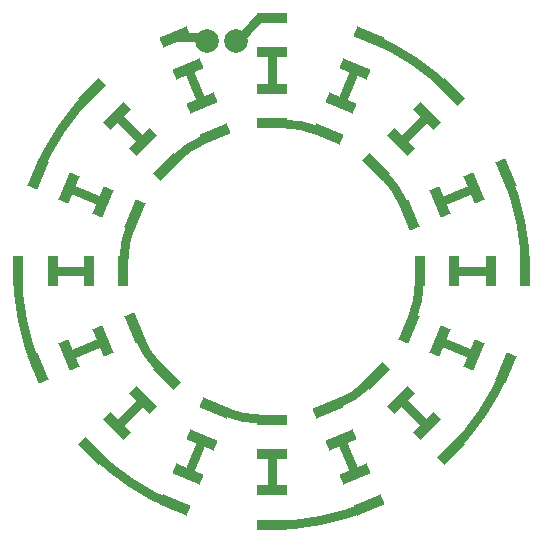
<source format=gtl>
G04*
G04 #@! TF.GenerationSoftware,Altium Limited,CircuitStudio,1.5.2 (30)*
G04*
G04 Layer_Physical_Order=1*
G04 Layer_Color=11767835*
%FSLAX25Y25*%
%MOIN*%
G70*
G01*
G75*
%ADD10C,0.03150*%
%ADD11R,0.09843X0.03543*%
G04:AMPARAMS|DCode=12|XSize=35.43mil|YSize=98.43mil|CornerRadius=0mil|HoleSize=0mil|Usage=FLASHONLY|Rotation=67.500|XOffset=0mil|YOffset=0mil|HoleType=Round|Shape=Rectangle|*
%AMROTATEDRECTD12*
4,1,4,0.03869,-0.03520,-0.05225,0.00247,-0.03869,0.03520,0.05225,-0.00247,0.03869,-0.03520,0.0*
%
%ADD12ROTATEDRECTD12*%

G04:AMPARAMS|DCode=13|XSize=35.43mil|YSize=98.43mil|CornerRadius=0mil|HoleSize=0mil|Usage=FLASHONLY|Rotation=225.000|XOffset=0mil|YOffset=0mil|HoleType=Round|Shape=Rectangle|*
%AMROTATEDRECTD13*
4,1,4,-0.02227,0.04733,0.04733,-0.02227,0.02227,-0.04733,-0.04733,0.02227,-0.02227,0.04733,0.0*
%
%ADD13ROTATEDRECTD13*%

G04:AMPARAMS|DCode=14|XSize=35.43mil|YSize=98.43mil|CornerRadius=0mil|HoleSize=0mil|Usage=FLASHONLY|Rotation=22.500|XOffset=0mil|YOffset=0mil|HoleType=Round|Shape=Rectangle|*
%AMROTATEDRECTD14*
4,1,4,0.00247,-0.05225,-0.03520,0.03869,-0.00247,0.05225,0.03520,-0.03869,0.00247,-0.05225,0.0*
%
%ADD14ROTATEDRECTD14*%

%ADD15R,0.03543X0.09843*%
G04:AMPARAMS|DCode=16|XSize=35.43mil|YSize=98.43mil|CornerRadius=0mil|HoleSize=0mil|Usage=FLASHONLY|Rotation=337.500|XOffset=0mil|YOffset=0mil|HoleType=Round|Shape=Rectangle|*
%AMROTATEDRECTD16*
4,1,4,-0.03520,-0.03869,0.00247,0.05225,0.03520,0.03869,-0.00247,-0.05225,-0.03520,-0.03869,0.0*
%
%ADD16ROTATEDRECTD16*%

G04:AMPARAMS|DCode=17|XSize=35.43mil|YSize=98.43mil|CornerRadius=0mil|HoleSize=0mil|Usage=FLASHONLY|Rotation=135.000|XOffset=0mil|YOffset=0mil|HoleType=Round|Shape=Rectangle|*
%AMROTATEDRECTD17*
4,1,4,0.04733,0.02227,-0.02227,-0.04733,-0.04733,-0.02227,0.02227,0.04733,0.04733,0.02227,0.0*
%
%ADD17ROTATEDRECTD17*%

G04:AMPARAMS|DCode=18|XSize=35.43mil|YSize=98.43mil|CornerRadius=0mil|HoleSize=0mil|Usage=FLASHONLY|Rotation=292.500|XOffset=0mil|YOffset=0mil|HoleType=Round|Shape=Rectangle|*
%AMROTATEDRECTD18*
4,1,4,-0.05225,-0.00247,0.03869,0.03520,0.05225,0.00247,-0.03869,-0.03520,-0.05225,-0.00247,0.0*
%
%ADD18ROTATEDRECTD18*%

%ADD19C,0.01000*%
%ADD20C,0.07874*%
D10*
X617854Y713500D02*
G03*
X624298Y681108I84646J0D01*
G01*
X642647Y653647D02*
G03*
X670108Y635298I59854J59854D01*
G01*
X656670Y694517D02*
G03*
X667423Y678423I45830J18983D01*
G01*
X683517Y667670D02*
G03*
X702500Y663894I18983J45830D01*
G01*
X642647Y773353D02*
G03*
X624298Y745892I59854J-59854D01*
G01*
X683517Y759330D02*
G03*
X667423Y748577I18983J-45830D01*
G01*
X656670Y732483D02*
G03*
X652894Y713500I45830J-18983D01*
G01*
X748330Y694517D02*
G03*
X752106Y713500I-45830J18983D01*
G01*
X721484Y667670D02*
G03*
X737577Y678423I-18983J45830D01*
G01*
X762354Y653647D02*
G03*
X780702Y681108I-59854J59854D01*
G01*
X702500Y628854D02*
G03*
X734893Y635298I0J84646D01*
G01*
X787146Y713500D02*
G03*
X780702Y745892I-84646J0D01*
G01*
X762354Y773353D02*
G03*
X734893Y791702I-59854J-59854D01*
G01*
X748330Y732483D02*
G03*
X737577Y748577I-45830J-18983D01*
G01*
X721484Y759330D02*
G03*
X702500Y763106I-18983J-45830D01*
G01*
X698366Y797949D02*
X702500D01*
X691870Y791453D02*
X698366Y797949D01*
X650859Y661859D02*
X659488Y670488D01*
X650859Y765141D02*
X659488Y756512D01*
X670183Y791521D02*
X681960D01*
X629468Y713500D02*
X641476D01*
X635182Y685552D02*
X646303Y690224D01*
X674552Y646028D02*
X679224Y657303D01*
X702500Y640469D02*
Y652673D01*
X674552Y780818D02*
X679224Y769697D01*
X635028Y741448D02*
X646303Y736776D01*
X763327Y713500D02*
X775531D01*
X758697Y690224D02*
X769972Y685552D01*
X725776Y657303D02*
X730448Y646182D01*
X745512Y670488D02*
X754141Y661859D01*
X745512Y756512D02*
X754141Y765141D01*
X758697Y736776D02*
X769818Y741448D01*
X725776Y769697D02*
X730448Y780972D01*
X702500Y774327D02*
Y786531D01*
D11*
Y797949D02*
D03*
Y786531D02*
D03*
Y774327D02*
D03*
Y762910D02*
D03*
Y629051D02*
D03*
Y640469D02*
D03*
Y652673D02*
D03*
Y664090D02*
D03*
D12*
X721408Y759148D02*
D03*
X725777Y769697D02*
D03*
X730448Y780972D02*
D03*
X734817Y791521D02*
D03*
X683592Y667852D02*
D03*
X679223Y657303D02*
D03*
X674552Y646028D02*
D03*
X670183Y635479D02*
D03*
D13*
X762214Y773214D02*
D03*
X754141Y765141D02*
D03*
X745511Y756511D02*
D03*
X737438Y748438D02*
D03*
X642786Y653786D02*
D03*
X650859Y661859D02*
D03*
X659489Y670489D02*
D03*
X667562Y678562D02*
D03*
D14*
X748148Y732408D02*
D03*
X758697Y736777D02*
D03*
X769972Y741448D02*
D03*
X780521Y745817D02*
D03*
X656852Y694592D02*
D03*
X646303Y690223D02*
D03*
X635028Y685552D02*
D03*
X624479Y681183D02*
D03*
D15*
X786949Y713500D02*
D03*
X775531D02*
D03*
X763327D02*
D03*
X751909D02*
D03*
X618051D02*
D03*
X629468D02*
D03*
X641673D02*
D03*
X653090D02*
D03*
D16*
X748148Y694592D02*
D03*
X758697Y690223D02*
D03*
X769972Y685552D02*
D03*
X780521Y681183D02*
D03*
X656852Y732408D02*
D03*
X646303Y736777D02*
D03*
X635028Y741448D02*
D03*
X624479Y745817D02*
D03*
D17*
X762214Y653786D02*
D03*
X754141Y661860D02*
D03*
X745511Y670489D02*
D03*
X737438Y678562D02*
D03*
X642786Y773214D02*
D03*
X650859Y765141D02*
D03*
X659489Y756511D02*
D03*
X667562Y748438D02*
D03*
D18*
X721408Y667852D02*
D03*
X725777Y657303D02*
D03*
X730448Y646028D02*
D03*
X734817Y635479D02*
D03*
X683592Y759148D02*
D03*
X679223Y769697D02*
D03*
X674552Y780972D02*
D03*
X670183Y791521D02*
D03*
D19*
X769818Y741448D02*
X769972D01*
D20*
X690689Y790272D02*
D03*
X680847D02*
D03*
M02*

</source>
